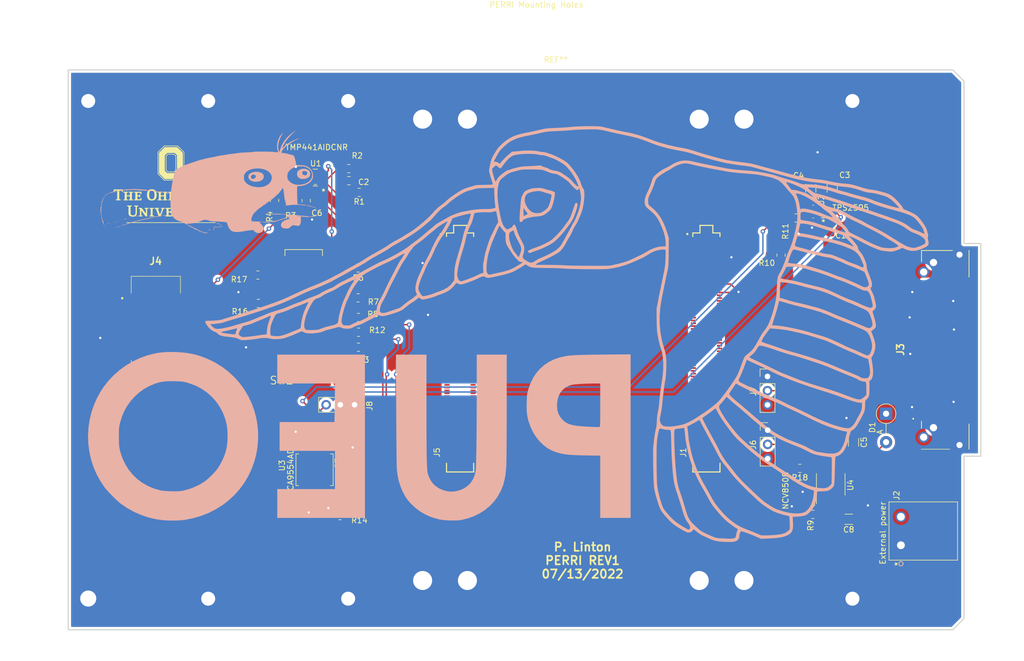
<source format=kicad_pcb>
(kicad_pcb (version 20211014) (generator pcbnew)
  (layers (0 "F.Cu" signal) (31 "B.Cu" signal) (34 "B.Paste" user) (35 "F.Paste" user) (36 "B.SilkS" user "B.Silkscreen") (37 "F.SilkS" user "F.Silkscreen") (38 "B.Mask" user) (39 "F.Mask" user) (44 "Edge.Cuts" user))
  (net 0 "")
  (net 1 "Net-(C1-Pad1)")
  (net 2 "GND")
  (net 3 "Net-(C2-Pad1)")
  (net 4 "Net-(C2-Pad2)")
  (net 5 "+12V")
  (net 6 "/12V_To_Hat")
  (net 7 "Net-(C5-Pad2)")
  (net 8 "+5V")
  (net 9 "/DXN")
  (net 10 "/DXP")
  (net 11 "Net-(R16-Pad1)")
  (net 12 "Net-(R17-Pad1)")
  (net 229 "/SDA")
  (net 230 "/SCL")
  (net 375 "Net-(J6-Pad2)")
  (net 376 "Net-(J7-Pad2)")
  (net 377 "/DS_EN")
  (net 378 "/To_Efuse_EN")
  (net 379 "/GPIO_EN")
  (net 380 "/TMP_A1")
  (net 381 "/TMP_A0")
  (net 382 "Net-(R9-Pad2)")
  (net 383 "/FLT")
  (net 384 "Net-(R11-Pad1)")
  (net 385 "/GPIO_A0")
  (net 386 "Net-(R18-Pad1)")
  (net 387 "/GPIO_A1")
  (net 388 "/GPIO_A2")
  (footprint "footprints:1757242" (layer "F.Cu") (at 237.11 126.05 90)
    (fp_text reference "J2")
    (fp_text value "External power")
  )
  (footprint "Resistor_SMD:R_0805_2012Metric" (layer "F.Cu") (at 127.98 69.59 90)
    (fp_text reference "R3")
    (fp_text value "R_US")
  )
  (footprint "Capacitor_SMD:C_1206_3216Metric" (layer "F.Cu") (at 221.01 67.39 90)
    (fp_text reference "C4")
    (fp_text value "C_Polarized_US")
  )
  (footprint "footprints:OSU_Logo" (layer "F.Cu") (at 106.73 66.65)
    (fp_text reference "G***" hide)
    (fp_text value "LOGO" hide)
  )
  (footprint "Diode_THT:D_DO-41_SOD81_P5.08mm_Vertical_AnodeUp" (layer "F.Cu") (at 234.46 107.637818 -90)
    (fp_text reference "D1")
    (fp_text value "DIODE")
  )
  (footprint "Resistor_SMD:R_0805_2012Metric" (layer "F.Cu") (at 215.7 79.32 -90)
    (fp_text reference "R10")
    (fp_text value "R_US")
  )
  (footprint "Capacitor_SMD:C_1206_3216Metric" (layer "F.Cu") (at 224.83 67.37 90)
    (fp_text reference "C3")
    (fp_text value "C_Polarized_US")
  )
  (footprint "Resistor_SMD:R_0805_2012Metric" (layer "F.Cu") (at 140.35625 68.11 180)
    (fp_text reference "R1")
    (fp_text value "R_US")
  )
  (footprint "Resistor_SMD:R_0805_2012Metric" (layer "F.Cu") (at 140.15 86.95)
    (fp_text reference "R7")
    (fp_text value "R_US")
  )
  (footprint "footprints:PUEO150" (layer "F.Cu") (at 166.98 93.4)
    (fp_text reference "G***" hide)
    (fp_text value "LOGO" hide)
  )
  (footprint "footprints:302010030000" (layer "F.Cu") (at 103.8 92.1 -90)
    (fp_text reference "J4")
    (fp_text value "Conn_02x05_Counter_Clockwise" hide)
  )
  (footprint "Connector_PinHeader_2.54mm:PinHeader_1x03_P2.54mm_Vertical" (layer "F.Cu") (at 139.52 106.04 -90)
    (fp_text reference "J8")
    (fp_text value "Conn_01x03")
  )
  (footprint "Capacitor_SMD:C_1206_3216Metric" (layer "F.Cu") (at 228.65 112.74 -90)
    (fp_text reference "C5")
    (fp_text value "0.1uF")
  )
  (footprint "Resistor_SMD:R_0805_2012Metric" (layer "F.Cu") (at 136.92 123.67 180)
    (fp_text reference "R15")
    (fp_text value "R_US")
  )
  (footprint "footprints:SAMTEC_SS5-80-3.00-X-D-K-XX" (layer "F.Cu") (at 158.369396 96.233 90)
    (fp_text reference "J5")
    (fp_text value "SS5-80-3.00-X-D-K-XX")
  )
  (footprint "Capacitor_SMD:C_0805_2012Metric" (layer "F.Cu") (at 138.24 116.53 90)
    (fp_text reference "C7")
    (fp_text value "C_Small")
  )
  (footprint "footprints:FX23100S05SH" (layer "F.Cu") (at 245.027996 96.233 90)
    (fp_text reference "J3")
    (fp_text value "Conn_02x50_Counter_Clockwise" hide)
  )
  (footprint "Package_SO:SOIC-8-1EP_3.9x4.9mm_P1.27mm_EP2.514x3.2mm" (layer "F.Cu") (at 224.569725 120.262425 90)
    (fp_text reference "U4")
    (fp_text value "NCV8508")
  )
  (footprint "footprints:Perry" (layer "F.Cu") (at 113.77 67.73)
    (fp_text reference "G***" hide)
    (fp_text value "LOGO" hide)
  )
  (footprint "Resistor_SMD:R_0805_2012Metric" (layer "F.Cu") (at 140.24 93.08)
    (fp_text reference "R12")
    (fp_text value "R_US")
  )
  (footprint "Connector_PinHeader_2.54mm:PinHeader_1x03_P2.54mm_Vertical" (layer "F.Cu") (at 213.28 100.985)
    (fp_text reference "J7")
    (fp_text value "Conn_01x03")
  )
  (footprint "Connector_PinHeader_2.54mm:PinHeader_1x03_P2.54mm_Vertical" (layer "F.Cu") (at 213.31 110.575)
    (fp_text reference "J6")
    (fp_text value "Conn_01x03")
  )
  (footprint "Resistor_SMD:R_0805_2012Metric" (layer "F.Cu") (at 138.48625 63.86 180)
    (fp_text reference "R2")
    (fp_text value "R_US")
  )
  (footprint "Resistor_SMD:R_0805_2012Metric" (layer "F.Cu") (at 218.36 72.67 180)
    (fp_text reference "R11")
    (fp_text value "R_US")
  )
  (footprint "TPS441:TPS259525DSGR" (layer "F.Cu") (at 222.4352 71.5242 180)
    (fp_text reference "U2")
    (fp_text value "TPS2595")
  )
  (footprint "Capacitor_SMD:C_0805_2012Metric" (layer "F.Cu") (at 130.88 69.59 -90)
    (fp_text reference "C6")
    (fp_text value "C_Small")
  )
  (footprint "footprints:PERRI_Outline" (layer "F.Cu") (at 175.391196 90.2348)
    (fp_text reference "REF**")
    (fp_text value "PERRI_Outline")
    (fp_line (start 72.9882 24.9944) (end 72.9882 53.9944) (layer "Edge.Cuts") (width 0.2))
    (fp_line (start 75.9882 24.9944) (end 72.9882 24.9944) (layer "Edge.Cuts") (width 0.2))
    (fp_line (start 72.9882 -13.0056) (end 75.9882 -13.0056) (layer "Edge.Cuts") (width 0.2))
    (fp_line (start 70.9882 55.9944) (end -87.0118 55.9944) (layer "Edge.Cuts") (width 0.2))
    (fp_line (start 72.9882 -42.0056) (end 72.9882 -13.0056) (layer "Edge.Cuts") (width 0.2))
    (fp_line (start -87.0118 55.9944) (end -87.0118 -44.0056) (layer "Edge.Cuts") (width 0.2))
    (fp_line (start 75.9882 -13.0056) (end 75.9882 24.9944) (layer "Edge.Cuts") (width 0.2))
    (fp_line (start 70.9882 -44.0056) (end 72.9882 -42.0056) (layer "Edge.Cuts") (width 0.2))
    (fp_line (start -87.0118 -44.0056) (end 70.9882 -44.0056) (layer "Edge.Cuts") (width 0.2))
    (fp_line (start 72.9882 53.9944) (end 70.9882 55.9944) (layer "Edge.Cuts") (width 0.2))
  )
  (footprint "Resistor_SMD:R_0805_2012Metric" (layer "F.Cu") (at 122.26 82.87 180)
    (fp_text reference "R17")
    (fp_text value "R_US")
  )
  (footprint "Resistor_SMD:R_0805_2012Metric" (layer "F.Cu") (at 136.92 125.84 180)
    (fp_text reference "R14")
    (fp_text value "R_US")
  )
  (footprint "Resistor_SMD:R_0805_2012Metric" (layer "F.Cu") (at 219.06 117.4 180)
    (fp_text reference "R18")
    (fp_text value "R_US")
  )
  (footprint "Resistor_SMD:R_0805_2012Metric" (layer "F.Cu") (at 125.24 69.55 90)
    (fp_text reference "R4")
    (fp_text value "R_US")
  )
  (footprint "Resistor_SMD:R_0805_2012Metric" (layer "F.Cu") (at 140.22 95.76)
    (fp_text reference "R13")
    (fp_text value "R_US")
  )
  (footprint "footprints:TMP441AIDCNR" (layer "F.Cu") (at 132.514601 65.46165 180)
    (fp_text reference "U1")
    (fp_text value "TMP441AIDCNR")
  )
  (footprint "Resistor_SMD:R_0805_2012Metric" (layer "F.Cu") (at 140.14 81.6)
    (fp_text reference "R6")
    (fp_text value "R_US")
  )
  (footprint "PCA9554ADB:PCA9554ADB" (layer "F.Cu") (at 132.3775 117.64195 -90)
    (fp_text reference "U3")
    (fp_text value "PCA9554ADB")
  )
  (footprint "Resistor_SMD:R_0805_2012Metric" (layer "F.Cu") (at 135.39 101.93 180)
    (fp_text reference "R5")
    (fp_text value "R_US")
  )
  (footprint "Resistor_SMD:R_0805_2012Metric" (layer "F.Cu") (at 140.22 90.45)
    (fp_text reference "R8")
    (fp_text value "R_US")
  )
  (footprint "footprints:SAMTEC_SS5-80-3.00-X-D-K-XX" (layer "F.Cu") (at 202.369396 96.233 90)
    (fp_text reference "J1")
    (fp_text value "SS5-80-3.00-X-D-K-XX")
  )
  (footprint "footprints:SW_219-8LPSTRF" (layer "F.Cu") (at 130.430299 89.23 180)
    (fp_text reference "SW2")
    (fp_text value "SW_DIP_x08")
  )
  (footprint "footprints:PERRI_Mounting_Holes" (layer "F.Cu") (at 172.579551 90.239551)
    (fp_text reference "PERRI Mounting Holes")
    (fp_text value "PERRI_Mounting_Holes")
  )
  (footprint "Capacitor_SMD:C_0805_2012Metric" (layer "F.Cu") (at 138.51625 66.02 180)
    (fp_text reference "C2")
    (fp_text value "C_Small")
  )
  (footprint "Capacitor_SMD:C_0805_2012Metric" (layer "F.Cu") (at 224.5 74.51 -90)
    (fp_text reference "C1")
    (fp_text value "C")
  )
  (footprint "Resistor_SMD:R_0805_2012Metric" (layer "F.Cu") (at 221.38 125.62)
    (fp_text reference "R9")
    (fp_text value "R_US")
  )
  (footprint "Capacitor_SMD:C_1206_3216Metric" (layer "F.Cu") (at 227.79 126.49 180)
    (fp_text reference "C8")
    (fp_text value "1uF")
  )
  (footprint "Resistor_SMD:R_0805_2012Metric" (layer "F.Cu") (at 122.34165 87.94 180)
    (fp_text reference "R16")
    (fp_text value "R_US")
  )
  (gr_text "P. Linton\nPERRI REV1\n07/13/2022" (at 180.25 133.86) (layer "F.SilkS") (effects (font (size 1.5 1.5) (thickness 0.3))))
  (segment (start 223.385201 72.274201) (end 224.034201 72.274201) (width 0.25) (layer "F.Cu") (net 1))
  (segment (start 224.034201 72.274201) (end 224.5 72.74) (width 0.25) (layer "F.Cu") (net 1))
  (segment (start 224.5 72.74) (end 224.5 73.56) (width 0.25) (layer "F.Cu") (net 1))
  (segment (start 130.102501 111.962501) (end 129 110.86) (width 0.25) (layer "F.Cu") (net 2))
  (segment (start 204.704396 87.483) (end 206.497 87.483) (width 0.25) (layer "F.Cu") (net 2))
  (segment (start 239.727 87.983) (end 238.67 89.04) (width 0.25) (layer "F.Cu") (net 2))
  (segment (start 126.125299 93.04) (end 123.09 93.04) (width 0.25) (layer "F.Cu") (net 2))
  (segment (start 204.704396 84.483) (end 206.703 84.483) (width 0.25) (layer "F.Cu") (net 2))
  (segment (start 247.478974 103.483) (end 246.42 104.541974) (width 0.25) (layer "F.Cu") (net 2))
  (segment (start 129.976651 64.486651) (end 129.04 63.55) (width 0.25) (layer "F.Cu") (net 2))
  (segment (start 241.801996 89.483) (end 239.347 89.483) (width 0.25) (layer "F.Cu") (net 2))
  (segment (start 239.713 86.483) (end 239.205 85.975) (width 0.25) (layer "F.Cu") (net 2))
  (segment (start 238.67 90.16) (end 238.67 90.43) (width 0.25) (layer "F.Cu") (net 2))
  (segment (start 239.090974 105.07) (end 239.090974 106.459026) (width 0.25) (layer "F.Cu") (net 2))
  (segment (start 240.677974 104.983) (end 239.090974 106.57) (width 0.25) (layer "F.Cu") (net 2))
  (segment (start 206.295 79.145) (end 206.84 79.69) (width 0.25) (layer "F.Cu") (net 2))
  (segment (start 228.65 111.265) (end 228.65 109.67) (width 0.25) (layer "F.Cu") (net 2))
  (segment (start 241.801996 95.483) (end 240.617 95.483) (width 0.25) (layer "F.Cu") (net 2))
  (segment (start 153.69 89.976) (end 153.697 89.983) (width 0.25) (layer "F.Cu") (net 2))
  (segment (start 247.478974 89.483) (end 246.46 88.464026) (width 0.25) (layer "F.Cu") (net 2))
  (segment (start 204.704396 82.983) (end 205.468418 82.983) (width 0.25) (layer "F.Cu") (net 2))
  (segment (start 239.685974 85.975) (end 239.205 85.975) (width 0.25) (layer "F.Cu") (net 2))
  (segment (start 246.46 86.001974) (end 247.478974 84.983) (width 0.25) (layer "F.Cu") (net 2))
  (segment (start 206.295 80.656418) (end 206.295 79.995) (width 0.25) (layer "F.Cu") (net 2))
  (segment (start 240.677974 84.983) (end 239.685974 85.975) (width 0.25) (layer "F.Cu") (net 2))
  (segment (start 238.78 98.585026) (end 238.78 97.32) (width 0.25) (layer "F.Cu") (net 2))
  (segment (start 240.677974 100.483) (end 238.78 98.585026) (width 0.25) (layer "F.Cu") (net 2))
  (segment (start 246.941026 87.983) (end 246.46 87.501974) (width 0.25) (layer "F.Cu") (net 2))
  (segment (start 241.801996 92.483) (end 240.153 92.483) (width 0.25) (layer "F.Cu") (net 2))
  (segment (start 248.677996 104.983) (end 246.647 104.983) (width 0.25) (layer "F.Cu") (net 2))
  (segment (start 240.617 95.483) (end 238.985 97.115) (width 0.25) (layer "F.Cu") (net 2))
  (segment (start 223.21 61.31) (end 222.84 60.94) (width 0.25) (layer "F.Cu") (net 2))
  (segment (start 241.801996 84.983) (end 240.677974 84.983) (width 0.25) (layer "F.Cu") (net 2))
  (segment (start 224.569725 120.262425) (end 220.887575 120.262425) (width 0.25) (layer "F.Cu") (net 2))
  (segment (start 238.78 96.95) (end 238.78 97.32) (width 0.25) (layer "F.Cu") (net 2))
  (segment (start 100.775 92.1) (end 96.1 92.1) (width 0.25) (layer "F.Cu") (net 2))
  (segment (start 205.633 78.483) (end 206.295 79.145) (width 0.25) (layer "F.Cu") (net 2))
  (segment (start 155.692996 83.983) (end 154.753 83.983) (width 0.25) (layer "F.Cu") (net 2))
  (segment (start 153.04 81.2) (end 152.14 81.2) (width 0.25) (layer "F.Cu") (net 2))
  (segment (start 241.801996 87.983) (end 239.727 87.983) (width 0.25) (layer "F.Cu") (net 2))
  (segment (start 246.42 104.541974) (end 246.42 105.21) (width 0.25) (layer "F.Cu") (net 2))
  (segment (start 247.478974 107.983) (end 246.42 106.924026) (width 0.25) (layer "F.Cu") (net 2))
  (segment (start 246.42 105.424026) (end 246.42 105.21) (width 0.25) (layer "F.Cu") (net 2))
  (segment (start 154.713 91.983) (end 153.697 90.967) (width 0.25) (layer "F.Cu") (net 2))
  (segment (start 154.928974 85.983) (end 153.69 87.221974) (width 0.25) (layer "F.Cu") (net 2))
  (segment (start 241.801996 90.983) (end 238.807 90.983) (width 0.25) (layer "F.Cu") (net 2))
  (segment (start 248.677996 103.483) (end 247.478974 103.483) (width 0.25) (layer "F.Cu") (net 2))
  (segment (start 155.692996 87.983) (end 154.427 87.983) (width 0.25) (layer "F.Cu") (net 2))
  (segment (start 207.997 85.983) (end 208.1 85.88) (width 0.25) (layer "F.Cu") (net 2))
  (segment (start 241.801996 93.983) (end 240.677974 93.983) (width 0.25) (layer "F.Cu") (net 2))
  (segment (start 224.5 75.46) (end 222.29 75.46) (width 0.25) (layer "F.Cu") (net 2))
  (segment (start 240.153 92.483) (end 238.73 91.06) (width 0.25) (layer "F.Cu") (net 2))
  (segment (start 122.43 98.12) (end 120.22 95.91) (width 0.25) (layer "F.Cu") (net 2))
  (segment (start 121.82 85.42) (end 121.3475 84.9475) (width 0.25) (layer "F.Cu") (net 2))
  (segment (start 239.205 85.975) (end 239.14 85.91) (width 0.25) (layer "F.Cu") (net 2))
  (segment (start 121.3475 84.9475) (end 119.7525 84.9475) (width 0.25) (layer "F.Cu") (net 2))
  (segment (start 222.00922 72.274201) (end 222.4352 71.848221) (width 0.25) (layer "F.Cu") (net 2))
  (segment (start 238.67 91) (end 238.73 91.06) (width 0.25) (layer "F.Cu") (net 2))
  (segment (start 239.090974 106.57) (end 238.97 106.57) (width 0.25) (layer "F.Cu") (net 2))
  (segment (start 224.569725 121.210275) (end 224.569725 120.262425) (width 0.25) (layer "F.Cu") (net 2))
  (segment (start 223.934725 121.845275) (end 224.569725 121.210275) (width 0.25) (layer "F.Cu") (net 2))
  (segment (start 247.478974 96.983) (end 246.35 95.854026) (width 0.25) (layer "F.Cu") (net 2))
  (segment (start 222.4352 73.1948) (end 221.23 74.4) (width 0.25) (layer "F.Cu") (net 2))
  (segment (start 240.677974 103.483) (end 239.090974 105.07) (width 0.25) (layer "F.Cu") (net 2))
  (segment (start 130.88 70.54) (end 130.88 71.91) (width 0.25) (layer "F.Cu") (net 2))
  (segment (start 248.677996 87.983) (end 246.941026 87.983) (width 0.25) (layer "F.Cu") (net 2))
  (segment (start 219.06 125.62) (end 217.62 124.18) (width 0.25) (layer "F.Cu") (net 2))
  (segment (start 206.295 82.156418) (end 206.295 80.656418) (width 0.25) (layer "F.Cu") (net 2))
  (segment (start 248.677996 106.483) (end 247.478974 106.483) (width 0.25) (layer "F.Cu") (net 2))
  (segment (start 222.29 75.46) (end 221.23 74.4) (width 0.25) (layer "F.Cu") (net 2))
  (segment (start 121.66 90.5) (end 120.14 92.02) (width 0.25) (layer "F.Cu") (net 2))
  (segment (start 223.934725 122.899925) (end 223.934725 121.845275) (width 0.25) (layer "F.Cu") (net 2))
  (segment (start 221.01 65.915) (end 221.01 64.65) (width 0.25) (layer "F.Cu") (net 2))
  (segment (start 246.46 88.464026) (end 246.46 87.501974) (width 0.25) (layer "F.Cu") (net 2))
  (segment (start 241.801996 86.483) (end 239.713 86.483) (width 0.25) (layer "F.Cu") (net 2))
  (segment (start 223.21 62.45) (end 223.21 61.31) (width 0.25) (layer "F.Cu") (net 2))
  (segment (start 138.24 115.58) (end 138.24 114.61) (width 0.25) (layer "F.Cu") (net 2))
  (segment (start 120.14 95.83) (end 120.22 95.91) (width 0.25) (layer "F.Cu") (net 2))
  (segment (start 155.692996 91.983) (end 154.713 91.983) (width 0.25) (layer "F.Cu") (net 2))
  (segment (start 241.801996 104.983) (end 240.677974 104.983) (width 0.25) (layer "F.Cu") (net 2))
  (segment (start 247.478974 95.483) (end 246.35 94.354026) (width 0.25) (layer "F.Cu") (net 2))
  (segment (start 238.807 90.983) (end 238.73 91.06) (width 0.25) (layer "F.Cu") (net 2))
  (segment (start 154.567 79.983) (end 153.35 81.2) (width 0.25) (layer "F.Cu") (net 2))
  (segment (start 155.692996 89.983) (end 153.697 89.983) (width 0.25) (layer "F.Cu") (net 2))
  (segment (start 152.14 81.2) (end 151.67 80.73) (width 0.25) (layer "F.Cu") (net 2))
  (segment (start 238.67 89.04) (end 238.67 90.43) (width 0.25) (layer "F.Cu") (net 2))
  (segment (start 247.478974 84.983) (end 248.677996 84.983) (width 0.25) (layer "F.Cu") (net 2))
  (segment (start 241.801996 100.483) (end 240.677974 100.483) (width 0.25) (layer "F.Cu") (net 2))
  (segment (start 154.427 87.983) (end 153.69 88.72) (width 0.25) (layer "F.Cu") (net 2))
  (segment (start 247.478974 90.983) (end 246.35 92.111974) (width 0.25) (layer "F.Cu") (net 2))
  (segment (start 220.887575 120.262425) (end 219.56 121.59) (width 0.25) (layer "F.Cu") (net 2))
  (segment (start 217.4475 72.67) (end 217.4475 74.0975) (width 0.25) (layer "F.Cu") (net 2))
  (segment (start 224.83 65.895) (end 224.83 64.07) (width 0.25) (layer "F.Cu") (net 2))
  (segment (start 126.125299 85.42) (end 121.82 85.42) (width 0.25) (layer "F.Cu") (net 2))
  (segment (start 239.737 106.483) (end 239.31 106.91) (width 0.25) (layer "F.Cu") (net 2))
  (segment (start 248.677996 92.483) (end 246.707 92.483) (width 0.25) (layer "F.Cu") (net 2))
  (segment (start 155.692996 85.983) (end 154.928974 85.983) (width 0.25) (layer "F.Cu") (net 2))
  (segment (start 246.585 92.605) (end 246.35 92.84) (width 0.25) (layer "F.Cu") (net 2))
  (segment (start 241.801996 106.483) (end 239.737 106.483) (width 0.25) (layer "F.Cu") (net 2))
  (segment (start 153.69 88.72) (end 153.69 89.976) (width 0.25) (layer "F.Cu") (net 2))
  (segment (start 246.46 87.501974) (end 246.46 86.001974) (width 0.25) (layer "F.Cu") (net 2))
  (segment (start 121.3475 84.9475) (end 121.3475 82.87) (width 0.25) (layer "F.Cu") (net 2))
  (segment (start 154.133 81.983) (end 153.35 81.2) (width 0.25) (layer "F.Cu") (net 2))
  (segment (start 121.42915 85.02915) (end 121.3475 84.9475) (width 0.25) (layer "F.Cu") (net 2))
  (segment (start 239.090974 106.459026) (end 239.090974 106.57) (width 0.25) (layer "F.Cu") (net 2))
  (segment (start 206.703 84.483) (end 208.1 85.88) (width 0.25) (layer "F.Cu") (net 2))
  (segment (start 204.704396 85.983) (end 207.997 85.983) (width 0.25) (layer "F.Cu") (net 2))
  (segment (start 120.14 92.02) (end 120.14 95.78) (width 0.25) (layer "F.Cu") (net 2))
  (segment (start 222.91 62.75) (end 223.21 62.45) (width 0.25) (layer "F.Cu") (net 2))
  (segment (start 153.35 81.2) (end 153.04 81.2) (width 0.25) (layer "F.Cu") (net 2))
  (segment (start 247.478974 86.483) (end 246.46 87.501974) (width 0.25) (layer "F.Cu") (net 2))
  (segment (start 246.707 92.483) (end 246.585 92.605) (width 0.25) (layer "F.Cu") (net 2))
  (segment (start 229.265 126.49) (end 230.96 126.49) (width 0.25) (layer "F.Cu") (net 2))
  (segment (start 153.69 87.221974) (end 153.69 88.72) (width 0.25) (layer "F.Cu") (net 2))
  (segment (start 238.985 97.115) (end 238.78 97.32) (width 0.25) (layer "F.Cu") (net 2))
  (segment (start 239.117 96.983) (end 238.985 97.115) (width 0.25) (layer "F.Cu") (net 2))
  (segment (start 248.677996 89.483) (end 247.478974 89.483) (width 0.25) (layer "F.Cu") (net 2))
  (segment (start 126.125299 95.58) (end 120.55 95.58) (width 0.25) (layer "F.Cu") (net 2))
  (segment (start 246.647 104.983) (end 246.42 105.21) (width 0.25) (layer "F.Cu") (net 2))
  (segment (start 122.22 80.34) (end 121.3475 81.2125) (width 0.25) (layer "F.Cu") (net 2))
  (segment (start 248.677996 95.483) (end 247.478974 95.483) (width 0.25) (layer "F.Cu") (net 2))
  (segment (start 246.517987 105.522013) (end 246.42 105.424026) (width 0.25) (layer "F.Cu") (net 2))
  (segment (start 123.09 93.04) (end 120.22 95.91) (width 0.25) (layer "F.Cu") (net 2))
  (segment (start 130.102501 114.21295) (end 130.102501 111.962501) (width 0.25) (layer "F.Cu") (net 2))
  (segment (start 246.35 93.98) (end 246.35 92.84) (width 0.25) (layer "F.Cu") (net 2))
  (segment (start 205.468418 82.983) (end 206.295 82.156418) (width 0.25) (layer "F.Cu") (net 2))
  (segment (start 204.704396 79.983) (end 206.283 79.983) (width 0.25) (layer "F.Cu") (net 2))
  (segment (start 248.677996 86.483) (end 247.478974 86.483) (width 0.25) (layer "F.Cu") (net 2))
  (segment (start 153.697 90.967) (end 153.697 89.983) (width 0.25) (layer "F.Cu") (net 2))
  (segment (start 154.567 79.983) (end 156.034396 79.983) (width 0.25) (layer "F.Cu") (net 2))
  (segment (start 231.22 124.02) (end 231.22 126.23) (width 0.25) (layer "F.Cu") (net 2))
  (segment (start 247.493 93.983) (end 246.35 92.84) (width 0.25) (layer "F.Cu") (net 2))
  (segment (start 224.83 64.07) (end 223.21 62.45) (width 0.25) (layer "F.Cu") (net 2))
  (segment (start 154.753 83.983) (end 153.04 82.27) (width 0.25) (layer "F.Cu") (net 2))
  (segment (start 126.125299 80.34) (end 122.22 80.34) (width 0.25) (layer "F.Cu") (net 2))
  (segment (start 121.42915 87.94) (end 121.42915 85.02915) (width 0.25) (layer "F.Cu") (net 2))
  (segment (start 130.88 71.91) (end 131.93 72.96) (width 0.25) (layer "F.Cu") (net 2))
  (segment (start 126.125299 98.12) (end 122.43 98.12) (width 0.25) (layer "F.Cu") (net 2))
  (segment (start 248.677996 90.983) (end 247.478974 90.983) (width 0.25) (layer "F.Cu") (net 2))
  (segment (start 240.383 107.983) (end 239.31 106.91) (width 0.25) (layer "F.Cu") (net 2))
  (segment (start 240.677974 93.983) (end 238.78 95.880974) (width 0.25) (layer "F.Cu") (net 2))
  (segment (start 126.125299 90.5) (end 121.66 90.5) (width 0.25) (layer "F.Cu") (net 2))
  (segment (start 246.35 92.111974) (end 246.35 92.84) (width 0.25) (layer "F.Cu") (net 2))
  (segment (start 239.347 89.483) (end 238.67 90.16) (width 0.25) (layer "F.Cu") (net 2))
  (segment (start 220.4675 125.62) (end 219.06 125.62) (width 0.25) (layer "F.Cu") (net 2))
  (segment (start 131.320801 64.486651) (end 129.976651 64.486651) (width 0.25) (layer "F.Cu") (net 2))
  (segment (start 217.4475 74.0975) (end 218.85 75.5) (width 0.25) (layer "F.Cu") (net 2))
  (segment (start 246.35 94.354026) (end 246.35 93.98) (width 0.25) (layer "F.Cu") (net 2))
  (segment (start 205.468418 81.483) (end 206.295 80.656418) (width 0.25) (layer "F.Cu") (net 2))
  (segment (start 138.24 114.61) (end 139.18 113.67) (width 0.25) (layer "F.Cu") (net 2))
  (segment (start 246.42 106.924026) (end 246.42 105.424026) (width 0.25) (layer "F.Cu") (net 2))
  (segment (start 153.04 82.27) (end 153.04 81.2) (width 0.25) (layer "F.Cu") (net 2))
  (segment (start 246.35 95.854026) (end 246.35 93.98) (width 0.25) (layer "F.Cu") (net 2))
  (segment (start 222.4352 71.848221) (end 222.4352 71.524203) (width 0.25) (layer "F.Cu") (net 2))
  (segment (start 248.677996 93.983) (end 247.493 93.983) (width 0.25) (layer "F.Cu") (net 2))
  (segment (start 221.01 64.65) (end 222.91 62.75) (width 0.25) (layer "F.Cu") (net 2))
  (segment (start 120.55 95.58) (end 120.22 95.91) (width 0.25) (layer "F.Cu") (net 2))
  (segment (start 247.478974 106.483) (end 246.517987 105.522013) (width 0.25) (layer "F.Cu") (net 2))
  (segment (start 153.697 89.983) (end 152.647 89.983) (width 0.25) (layer "F.Cu") (net 2))
  (segment (start 228.65 109.67) (end 227.38 108.4) (width 0.25) (layer "F.Cu") (net 2))
  (segment (start 241.801996 107.983) (end 240.383 107.983) (width 0.25) (layer "F.Cu") (net 2))
  (segment (start 96.1 92.1) (end 94.1 94.1) (width 0.25) (layer "F.Cu") (net 2))
  (segment (start 155.692996 81.983) (end 154.133 81.983) (width 0.25) (layer "F.Cu") (net 2))
  (segment (start 204.704396 78.483) (end 205.633 78.483) (width 0.25) (layer "F.Cu") (net 2))
  (segment (start 241.801996 103.483) (end 240.677974 103.483) (width 0.25) (layer "F.Cu") (net 2))
  (segment (start 121.3475 81.2125) (end 121.3475 82.87) (width 0.25) (layer "F.Cu") (net 2))
  (segment (start 221.485199 72.274201) (end 222.00922 72.274201) (width 0.25) (layer "F.Cu") (net 2))
  (segment (start 239.31 106.91) (end 238.97 106.57) (width 0.25) (layer "F.Cu") (net 2))
  (segment (start 120.14 95.78) (end 120.14 95.83) (width 0.25) (layer "F.Cu") (net 2))
  (segment (start 206.283 79.983) (end 206.295 79.995) (width 0.25) (layer "F.Cu") (net 2))
  (segment (start 231.22 126.23) (end 230.96 126.49) (width 0.25) (layer "F.Cu") (net 2))
  (segment (start 238.78 95.880974) (end 238.78 96.95) (width 0.25) (layer "F.Cu") (net 2))
  (segment (start 204.704396 81.483) (end 205.468418 81.483) (width 0.25) (layer "F.Cu") (net 2))
  (segment (start 206.497 87.483) (end 208.1 85.88) (width 0.25) (layer "F.Cu") (net 2))
  (segment (start 241.801996 96.983) (end 239.117 96.983) (width 0.25) (layer "F.Cu") (net 2))
  (segment (start 222.4352 71.524203) (end 222.4352 73.1948) (width 0.25) (layer "F.Cu") (net 2))
  (segment (start 222.84 60.94) (end 222.23 60.94) (width 0.25) (layer "F.Cu") (net 2))
  (segment (start 119.7525 84.9475) (end 118.78 85.92) (width 0.25) (layer "F.Cu") (net 2))
  (segment (start 206.295 79.995) (end 206.295 79.145) (width 0.25) (layer "F.Cu") (net 2))
  (segment (start 248.677996 107.983) (end 247.478974 107.983) (width 0.25) (layer "F.Cu") (net 2))
  (segment (start 248.677996 96.983) (end 247.478974 96.983) (width 0.25) (layer "F.Cu") (net 2))
  (segment (start 238.67 90.43) (end 238.67 91) (width 0.25) (layer "F.Cu") (net 2))
  (via (at 151.67 80.73) (size 0.8) (drill 0.4) (layers "F.Cu" "B.Cu") (net 2))
  (via (at 118.78 85.92) (size 0.8) (drill 0.4) (layers "F.Cu" "B.Cu") (net 2))
  (via (at 131.93 72.96) (size 0.8) (drill 0.4) (layers "F.Cu" "B.Cu") (net 2))
  (via (at 238.67 90.43) (size 0.8) (drill 0.4) (layers "F.Cu" "B.Cu") (net 2))
  (via (at 139.18 113.67) (size 0.8) (drill 0.4) (layers "F.Cu" "B.Cu") (net 2))
  (via (at 129 110.86) (size 0.8) (drill 0.4) (layers "F.Cu" "B.Cu") (net 2))
  (via (at 129.04 63.55) (size 0.8) (drill 0.4) (layers "F.Cu" "B.Cu") (net 2))
  (via (at 206.84 79.69) (size 0.8) (drill 0.4) (layers "F.Cu" "B.Cu") (net 2))
  (via (at 221.23 74.4) (size 0.8) (drill 0.4) (layers "F.Cu" "B.Cu") (net 2))
  (via (at 239.090974 106.459026) (size 0.8) (drill 0.4) (layers "F.Cu" "B.Cu") (net 2))
  (via (at 222.23 60.94) (size 0.8) (drill 0.4) (layers "F.Cu" "B.Cu") (net 2))
  (via (at 239.14 85.91) (size 0.8) (drill 0.4) (layers "F.Cu" "B.Cu") (net 2))
  (via (at 219.56 121.59) (size 0.8) (drill 0.4) (layers "F.Cu" "B.Cu") (net 2))
  (via (at 94.1 94.1) (size 0.8) (drill 0.4) (layers "F.Cu" "B.Cu") (net 2))
  (via (at 217.62 124.18) (size 0.8) (drill 0.4) (layers "F.Cu" "B.Cu") (net 2))
  (via (at 246.517987 105.522013) (size 0.8) (drill 0.4) (layers "F.Cu" "B.Cu") (net 2))
  (via (at 227.38 108.4) (size 0.8) (drill 0.4) (layers "F.Cu" "B.Cu") (net 2))
  (via (at 231.22 124.02) (size 0.8) (drill 0.4) (layers "F.Cu" "B.Cu") (net 2))
  (via (at 238.78 96.95) (size 0.8) (drill 0.4) (layers "F.Cu" "B.Cu") (net 2))
  (via (at 246.585 92.605) (size 0.8) (drill 0.4) (layers "F.Cu" "B.Cu") (net 2))
  (via (at 246.46 87.501974) (size 0.8) (drill 0.4) (layers "F.Cu" "B.Cu") (net 2))
  (via (at 208.1 85.88) (size 0.8) (drill 0.4) (layers "F.Cu" "B.Cu") (net 2))
  (via (at 120.14 95.78) (size 0.8) (drill 0.4) (layers "F.Cu" "B.Cu") (net 2))
  (via (at 218.85 75.5) (size 0.8) (drill 0.4) (layers "F.Cu" "B.Cu") (net 2))
  (via (at 152.647 89.983) (size 0.8) (drill 0.4) (layers "F.Cu" "B.Cu") (net 2))
  (segment (start 136.12625 68.12) (end 139.43375 68.12) (width 0.25) (layer "F.Cu") (net 3))
  (segment (start 133.708401 66.436649) (end 134.442899 66.436649) (width 0.25) (layer "F.Cu") (net 3))
  (segment (start 139.44375 66.0425) (end 139.46625 66.02) (width 0.25) (layer "F.Cu") (net 3))
  (segment (start 139.44375 68.11) (end 139.44375 66.0425) (width 0.25) (layer "F.Cu") (net 3))
  (segment (start 139.43375 68.12) (end 139.44375 68.11) (width 0.25) (layer "F.Cu") (net 3))
  (segment (start 134.442899 66.436649) (end 136.12625 68.12) (width 0.25) (layer "F.Cu") (net 3))
  (segment (start 137.56625 66.02) (end 137.56625 63.8675) (width 0.25) (layer "F.Cu") (net 4))
  (segment (start 134.618801 65.786651) (end 135.520851 64.884601) (width 0.25) (layer "F.Cu") (net 4))
  (segment (start 133.708401 65.786651) (end 134.618801 65.786651) (width 0.25) (layer "F.Cu") (net 4))
  (segment (start 137.56625 63.8675) (end 137.57375 63.86) (width 0.25) (layer "F.Cu") (net 4))
  (segment (start 136.545452 63.86) (end 137.57375 63.86) (width 0.25) (layer "F.Cu") (net 4))
  (segment (start 135.520851 64.884601) (end 136.545452 63.86) (width 0.25) (layer "F.Cu") (net 4))
  (segment (start 223.385201 71.2742) (end 223.8558 71.2742) (width 0.25) (layer "F.Cu") (net 5))
  (segment (start 223.8558 71.2742) (end 224.28 70.85) (width 0.25) (layer "F.Cu") (net 5))
  (segment (start 221.054202 70.774202) (end 220.75 70.47) (width 0.25) (layer "F.Cu") (net 6))
  (segment (start 199.093 77.983) (end 200.034396 77.983) (width 0.25) (layer "F.Cu") (net 6))
  (segment (start 221.485199 70.774202) (end 221.054202 70.774202) (width 0.25) (layer "F.Cu") (net 6))
  (segment (start 198.76 77.65) (end 199.093 77.983) (width 0.25) (layer "F.Cu") (net 6))
  (segment (start 204.704396 77.483) (end 205.507 77.483) (width 0.25) (layer "F.Cu") (net 6))
  (segment (start 205.507 77.483) (end 206.09 76.9) (width 0.25) (layer "F.Cu") (net 6))
  (segment (start 198.76 76.93) (end 198.76 77.65) (width 0.25) (layer "F.Cu") (net 6))
  (segment (start 228.65 115.95) (end 228.7 116) (width 0.25) (layer "F.Cu") (net 7))
  (segment (start 234.46 112.717818) (end 231.177818 116) (width 0.25) (layer "F.Cu") (net 7))
  (segment (start 228.7 116) (end 226.46 116) (width 0.25) (layer "F.Cu") (net 7))
  (segment (start 228.65 114.215) (end 228.65 115.95) (width 0.25) (layer "F.Cu") (net 7))
  (segment (start 231.177818 116) (end 228.7 116) (width 0.25) (layer "F.Cu") (net 7))
  (segment (start 226.474725 117.624925) (end 226.46 117.6102) (width 0.25) (layer "F.Cu") (net 7))
  (segment (start 226.46 117.6102) (end 226.46 116) (width 0.25) (layer "F.Cu") (net 7))
  (segment (start 131.3 67.41) (end 130.89 67.41) (width 0.25) (layer "F.Cu") (net 8))
  (segment (start 131.320801 66.436649) (end 131.320801 67.389199) (width 0.25) (layer "F.Cu") (net 8))
  (segment (start 131.320801 67.389199) (end 131.3 67.41) (width 0.25) (layer "F.Cu") (net 8))
  (segment (start 130.88 67.42) (end 130.88 68.64) (width 0.25) (layer "F.Cu") (net 8))
  (segment (start 130.89 67.41) (end 130.88 67.42) (width 0.25) (layer "F.Cu") (net 8))
  (segment (start 148.23 74.81) (end 149.903 76.483) (width 0.2) (layer "F.Cu") (net 9))
  (segment (start 148.23 71.62) (end 148.23 74.81) (width 0.2) (layer "F.Cu") (net 9))
  (segment (start 140.47 63.86) (end 148.23 71.62) (width 0.2) (layer "F.Cu") (net 9))
  (segment (start 139.39875 63.86) (end 140.47 63.86) (width 0.2) (layer "F.Cu") (net 9))
  (segment (start 156.034396 76.483) (end 149.903 76.483) (width 0.2) (layer "F.Cu") (net 9))
  (segment (start 147 72.36) (end 142.75 68.11) (width 0.2) (layer "F.Cu") (net 10))
  (segment (start 142.75 68.11) (end 141.26875 68.11) (width 0.2) (layer "F.Cu") (net 10))
  (segment (start 149.253 76.983) (end 147 74.73) (width 0.2) (layer "F.Cu") (net 10))
  (segment (start 149.253 76.983) (end 156.034396 76.983) (width 0.2) (layer "F.Cu") (net 10))
  (segment (start 147 74.73) (end 147 72.36) (width 0.2) (layer "F.Cu") (net 10))
  (segment (start 126.125299 87.96) (end 123.27415 87.96) (width 0.25) (layer "F.Cu") (net 11))
  (segment (start 123.27415 87.96) (end 123.25415 87.94) (width 0.25) (layer "F.Cu") (net 11))
  (segment (start 123.1825 82.88) (end 126.125299 82.88) (width 0.25) (layer "F.Cu") (net 12))
  (segment (start 123.1725 82.87) (end 123.1825 82.88) (width 0.25) (layer "F.Cu") (net 12))
  (segment (start 134.87 128.82) (end 141.65952 128.82) (width 0.25) (layer "F.Cu") (net 229))
  (segment (start 246.287 84.483) (end 248.677996 84.483) (width 0.25) (layer "F.Cu") (net 229))
  (segment (start 92.21 102.55) (end 94.674282 102.55) (width 0.25) (layer "F.Cu") (net 229))
  (segment (start 134.49 123.67) (end 136.0075 123.67) (width 0.25) (layer "F.Cu") (net 229))
  (segment (start 127.423351 65.136649) (end 126.035 66.525) (width 0.25) (layer "F.Cu") (net 229))
  (segment (start 94.5 83.39) (end 92.21 85.68) (width 0.25) (layer "F.Cu") (net 229))
  (segment (start 114.112141 121.987859) (end 115.604282 123.48) (width 0.25) (layer "F.Cu") (net 229))
  (segment (start 123.17 68.61) (end 125.255 66.525) (width 0.25) (layer "F.Cu") (net 229))
  (segment (start 107.275 87.02) (end 107.275 86.995) (width 0.25) (layer "F.Cu") (net 229))
  (segment (start 134.84 124.5) (end 134.84 124.02) (width 0.25) (layer "F.Cu") (net 229))
  (segment (start 94.674282 102.55) (end 114.112141 121.987859) (width 0.25) (layer "F.Cu") (net 229))
  (segment (start 146.79 123.68952) (end 200.57 123.68952) (width 0.25) (layer "F.Cu") (net 229))
  (segment (start 208.39 131.50952) (end 229.553802 131.50952) (width 0.25) (layer "F.Cu") (net 229))
  (segment (start 245.56952 129.996197) (end 245.56952 124.32048) (width 0.25) (layer "F.Cu") (net 229))
  (segment (start 125.255 66.525) (end 126.035 66.525) (width 0.25) (layer "F.Cu") (net 229))
  (segment (start 107.275 86.995) (end 123.17 71.1) (width 0.25) (layer "F.Cu") (net 229))
  (segment (start 126.035 66.525) (end 125.24 67.32) (width 0.25) (layer "F.Cu") (net 229))
  (segment (start 233.163803 135.11952) (end 240.446198 135.11952) (width 0.25) (layer "F.Cu") (net 229))
  (segment (start 131.33 125.28) (end 134.87 128.82) (width 0.25) (layer "F.Cu") (net 229))
  (segment (start 115.604282 123.48) (end 128.95 123.48) (width 0.25) (layer "F.Cu") (net 229))
  (segment (start 134.84 124.02) (end 134.49 123.67) (width 0.25) (layer "F.Cu") (net 229))
  (segment (start 128.95 123.48) (end 129.53 123.48) (width 0.25) (layer "F.Cu") (net 229))
  (segment (start 106.39 87.02) (end 102.76 83.39) (width 0.25) (layer "F.Cu") (net 229))
  (segment (start 200.57 123.68952) (end 208.39 131.50952) (width 0.25) (layer "F.Cu") (net 229))
  (segment (start 229.553802 131.50952) (end 233.163803 135.11952) (width 0.25) (layer "F.Cu") (net 229))
  (segment (start 240.446198 135.11952) (end 245.56952 129.996197) (width 0.25) (layer "F.Cu") (net 229))
  (segment (start 125.24 67.32) (end 125.24 68.6375) (width 0.25) (layer "F.Cu") (net 229))
  (segment (start 131.320801 65.136649) (end 127.423351 65.136649) (width 0.25) (layer "F.Cu") (net 229))
  (segment (start 141.65952 128.82) (end 146.79 123.68952) (width 0.25) (layer "F.Cu") (net 229))
  (segment (start 245.67 124.22) (end 245.67 85.1) (width 0.25) (layer "F.Cu") (net 229))
  (segment (start 245.67 85.1) (end 246.287 84.483) (width 0.25) (layer "F.Cu") (net 229))
  (segment (start 107.275 87.02) (end 106.39 87.02) (width 0.25) (layer "F.Cu") (net 229))
  (segment (start 123.17 71.1) (end 123.17 68.61) (width 0.25) (layer "F.Cu") (net 229))
  (segment (start 134.002498 121.07095) (end 134.002498 123.182498) (width 0.25) (layer "F.Cu") (net 229))
  (segment (start 134.002498 123.182498) (end 134.49 123.67) (width 0.25) (layer "F.Cu") (net 229))
  (segment (start 92.21 85.68) (end 92.21 102.55) (width 0.25) (layer "F.Cu") (net 229))
  (segment (start 129.53 123.48) (end 131.33 125.28) (width 0.25) (layer "F.Cu") (net 229))
  (segment (start 102.76 83.39) (end 94.5 83.39) (width 0.25) (layer "F.Cu") (net 229))
  (segment (start 245.56952 124.32048) (end 245.67 124.22) (width 0.25) (layer "F.Cu") (net 229))
  (via (at 134.84 124.5) (size 0.8) (drill 0.4) (layers "F.Cu" "B.Cu") (net 229))
  (via (at 131.33 125.28) (size 0.8) (drill 0.4) (layers "F.Cu" "B.Cu") (net 229))
  (segment (start 131.33 125.28) (end 132.11 124.5) (width 0.25) (layer "B.Cu") (net 229))
  (segment (start 132.11 124.5) (end 134.84 124.5) (width 0.25) (layer "B.Cu") (net 229))
  (segment (start 115.722499 122.962499) (end 133.347501 122.962499) (width 0.25) (layer "F.Cu") (net 230))
  (segment (start 136.0075 125.84) (end 136.0075 126.8575) (width 0.25) (layer "F.Cu") (net 230))
  (segment (start 128.085 66.235) (end 128.54 65.78) (width 0.25) (layer "F.Cu") (net 230))
  (segment (start 109.26 89.56) (end 107.275 89.56) (width 0.25) (layer "F.Cu") (net 230))
  (segment (start 128.546651 65.786651) (end 131.320801 65.786651) (width 0.25) (layer "F.Cu") (net 230))
  (segment (start 146.54 123.24) (end 158.88 123.24) (width 0.25) (layer "F.Cu") (net 230))
  (segment (start 126.68 67.64) (end 128.085 66.235) (width 0.25) (layer "F.Cu") (net 230))
  (segment (start 133.352499 122.957501) (end 133.352499 121.07095) (width 0.25) (layer "F.Cu") (net 230))
  (segment (start 137.5 128.35) (end 141.43 128.35) (width 0.25) (layer "F.Cu") (net 230))
  (segment (start 229.74 131.06) (end 233.35 134.67) (width 0.25) (layer "F.Cu") (net 230))
  (segment (start 208.62 131.06) (end 229.74 131.06) (width 0.25) (layer "F.Cu") (net 230))
  (segment (start 245.12 120.07) (end 245.01 119.96) (width 0.25) (layer "F.Cu") (net 230))
  (segment (start 107.275 89.56) (end 110.53 89.56) (width 0.25) (layer "F.Cu") (net 230))
  (segment (start 141.43 128.35) (end 146.54 123.24) (width 0.25) (layer "F.Cu") (net 230))
  (segment (start 245.12 129.81) (end 245.12 120.07) (width 0.25) (layer "F.Cu") (net 230))
  (segment (start 128.54 65.78) (end 128.546651 65.786651) (width 0.25) (layer "F.Cu") (net 230))
  (segment (start 158.88 123.24) (end 159.15 122.97) (width 0.25) (layer "F.Cu") (net 230))
  (segment (start 133.352499 122.957501) (end 133.352499 124.282499) (width 0.25) (layer "F.Cu") (net 230))
  (segment (start 124.23 74.58) (end 126.68 72.13) (width 0.25) (layer "F.Cu") (net 230))
  (segment (start 127.98 68.6775) (end 127.98 66.34) (width 0.25) (layer "F.Cu") (net 230))
  (segment (start 245.01 84.74) (end 245.767 83.983) (width 0.25) (layer "F.Cu") (net 230))
  (segment (start 111.19 118.43) (end 115.722499 122.962499) (width 0.25) (layer "F.Cu") (net 230))
  (segment (start 133.347501 122.962499) (end 133.352499 122.957501) (width 0.25) (layer "F.Cu") (net 230))
  (segment (start 136.0075 126.8575) (end 137.5 128.35) (width 0.25) (layer "F.Cu") (net 230))
  (segment (start 245.01 119.96) (end 245.01 84.74) (width 0.25) (layer "F.Cu") (net 230))
  (segment (start 111.19 90.22) (end 111.19 118.43) (width 0.25) (layer "F.Cu") (net 230))
  (segment (start 233.35 134.67) (end 240.26 134.67) (width 0.25) (layer "F.Cu") (net 230))
  (segment (start 245.767 83.983) (end 248.677996 83.983) (width 0.25) (layer "F.Cu") (net 230))
  (segment (start 126.68 72.13) (end 126.68 67.64) (width 0.25) (layer "F.Cu") (net 230))
  (segment (start 115.11 83.71) (end 109.26 89.56) (width 0.25) (layer "F.Cu") (net 230))
  (segment (start 110.53 89.56) (end 111.19 90.22) (width 0.25) (layer "F.Cu") (net 230))
  (segment (start 134.94 125.87) (end 135.9775 125.87) (width 0.25) (layer "F.Cu") (net 230))
  (segment (start 135.9775 125.87) (end 136.0075 125.84) (width 0.25) (layer "F.Cu") (net 230))
  (segment (start 159.15 122.97) (end 200.53 122.97) (width 0.25) (layer "F.Cu") (net 230))
  (segment (start 240.26 134.67) (end 245.12 129.81) (width 0.25) (layer "F.Cu") (net 230))
  (segment (start 133.352499 124.282499) (end 134.94 125.87) (width 0.25) (layer "F.Cu") (net 230))
  (segment (start 200.53 122.97) (end 208.62 131.06) (width 0.25) (layer "F.Cu") (net 230))
  (segment (start 127.98 66.34) (end 128.085 66.235) (width 0.25) (layer "F.Cu") (net 230))
  (via (at 115.11 83.71) (size 0.8) (drill 0.4) (layers "F.Cu" "B.Cu") (net 230))
  (via (at 124.23 74.58) (size 0.8) (drill 0.4) (layers "F.Cu" "B.Cu") (net 230))
  (segment (start 124.23 74.58) (end 115.11 83.7) (width 0.25) (layer "B.Cu") (net 230))
  (segment (start 115.11 83.7) (end 115.11 83.71) (width 0.25) (layer "B.Cu") (net 230))
  (segment (start 223.934725 116.284725) (end 220.765 113.115) (width 0.25) (layer "F.Cu") (net 375))
  (segment (start 223.934725 117.624925) (end 223.934725 116.284725) (width 0.25) (layer "F.Cu") (net 375))
  (segment (start 220.765 113.115) (end 213.31 113.115) (width 0.25) (layer "F.Cu") (net 375))
  (segment (start 218.88 104.3) (end 218.105 103.525) (width 0.25) (layer "F.Cu") (net 376))
  (segment (start 218.88 110.43) (end 218.88 104.3) (width 0.25) (layer "F.Cu") (net 376))
  (segment (start 218.105 103.525) (end 213.28 103.525) (width 0.25) (layer "F.Cu") (net 376))
  (segment (start 225.204725 116.754725) (end 218.88 110.43) (width 0.25) (layer "F.Cu") (net 376))
  (segment (start 225.204725 117.624925) (end 225.204725 116.754725) (width 0.25) (layer "F.Cu") (net 376))
  (segment (start 139.52 106.04) (end 139.52 101.81) (width 0.25) (layer "F.Cu") (net 377))
  (segment (start 136.3025 101.93) (end 137.01 101.93) (width 0.25) (layer "F.Cu") (net 377))
  (segment (start 136.973299 98.12) (end 134.735299 98.12) (width 0.25) (layer "F.Cu") (net 377))
  (segment (start 137.01 101.93) (end 138.325 100.615) (width 0.25) (layer "F.Cu") (net 377))
  (segment (start 136.973299 99.263299) (end 136.973299 98.12) (width 0.25) (layer "F.Cu") (net 377))
  (segment (start 139.52 101.81) (end 138.325 100.615) (width 0.25) (layer "F.Cu") (net 377))
  (segment (start 138.325 100.615) (end 136.973299 99.263299) (width 0.25) (layer "F.Cu") (net 377))
  (segment (start 223.385201 71.774202) (end 225.614202 71.774202) (width 0.25) (layer "F.Cu") (net 378))
  (segment (start 225.614202 71.774202) (end 226.37 72.53) (width 0.25) (layer "F.Cu") (net 378))
  (via (at 226.37 72.53) (size 0.8) (drill 0.4) (layers "F.Cu" "B.Cu") (net 378))
  (segment (start 226.37 73.941201) (end 196.551201 103.76) (width 0.25) (layer "B.Cu") (net 378))
  (segment (start 226.37 72.53) (end 226.37 73.941201) (width 0.25) (layer "B.Cu") (net 378))
  (segment (start 137.42 103.76) (end 136.96 104.22) (width 0.25) (layer "B.Cu") (net 378))
  (segment (start 136.98 104.24) (end 136.98 106.04) (width 0.25) (layer "B.Cu") (net 378))
  (segment (start 136.96 104.22) (end 136.98 104.24) (width 0.25) (layer "B.Cu") (net 378))
  (segment (start 196.551201 103.76) (end 137.42 103.76) (width 0.25) (layer "B.Cu") (net 378))
  (segment (start 132.702501 114.21295) (end 132.702501 107.777499) (width 0.25) (layer "F.Cu") (net 379))
  (segment (start 132.702501 107.777499) (end 134.44 106.04) (width 0.25) (layer "F.Cu") (net 379))
  (segment (start 138.14 85.56) (end 137.7 86) (width 0.25) (layer "F.Cu") (net 380))
  (segment (start 143.37 79.33) (end 143.37 83.41) (width 0.25) (layer "F.Cu") (net 380))
  (segment (start 132.798001 65.136649) (end 132.72349 65.21116) (width 0.25) (layer "F.Cu") (net 380))
  (segment (start 137.13 87.26) (end 137.13 86.57) (width 0.25) (layer "F.Cu") (net 380))
  (segment (start 133.708401 65.136649) (end 132.798001 65.136649) (width 0.25) (layer "F.Cu") (net 380))
  (segment (start 141.22 85.56) (end 138.14 85.56) (width 0.25) (layer "F.Cu") (net 380))
  (segment (start 136.43 87.96) (end 137.13 87.26) (width 0.25) (layer "F.Cu") (net 380))
  (segment (start 143.37 83.41) (end 141.22 85.56) (width 0.25) (layer "F.Cu") (net 380))
  (segment (start 138.8575 86.57) (end 139.2375 86.95) (width 0.25) (layer "F.Cu") (net 380))
  (segment (start 132.72349 68.68349) (end 143.37 79.33) (width 0.25) (layer "F.Cu") (net 380))
  (segment (start 134.735299 87.96) (end 136.43 87.96) (width 0.25) (layer "F.Cu") (net 380))
  (segment (start 137.13 86.57) (end 137.7 86.57) (width 0.25) (layer "F.Cu") (net 380))
  (segment (start 136.65 85.42) (end 134.735299 85.42) (width 0.25) (layer "F.Cu") (net 380))
  (segment (start 137.13 85.9) (end 136.65 85.42) (width 0.25) (layer "F.Cu") (net 380))
  (segment (start 132.72349 65.21116) (end 132.72349 68.68349) (width 0.25) (layer "F.Cu") (net 380))
  (segment (start 137.13 86.57) (end 137.13 85.9) (width 0.25) (layer "F.Cu") (net 380))
  (segment (start 137.7 86) (end 137.7 86.57) (width 0.25) (layer "F.Cu") (net 380))
  (segment (start 137.7 86.57) (end 138.8575 86.57) (width 0.25) (layer "F.Cu") (net 380))
  (segment (start 135.44 76.76) (end 138.14 79.46) (width 0.25) (layer "F.Cu") (net 381))
  (segment (start 134.563349 64.486651) (end 134.83 64.22) (width 0.25) (layer "F.Cu") (net 381))
  (segment (start 138 81.56) (end 139.1875 81.56) (width 0.25) (layer "F.Cu") (net 381))
  (segment (start 136.73 82.88) (end 137.27 82.34) (width 0.25) (layer "F.Cu") (net 381))
  (segment (start 133.708401 64.486651) (end 134.563349 64.486651) (width 0.25) (layer "F.Cu") (net 381))
  (segment (start 138.14 81.42) (end 138 81.56) (width 0.25) (layer "F.Cu") (net 381))
  (segment (start 137.27 81.56) (end 138 81.56) (width 0.25) (layer "F.Cu") (net 381))
  (segment (start 137.27 82.34) (end 137.27 81.56) (width 0.25) (layer "F.Cu") (net 381))
  (segment (start 137.27 81.56) (end 137.27 80.94) (width 0.25) (layer "F.Cu") (net 381))
  (segment (start 135.44 75.1) (end 135.44 76.76) (width 0.25) (layer "F.Cu") (net 381))
  (segment (start 139.1875 81.56) (end 139.2275 81.6) (width 0.25) (layer "F.Cu") (net 381))
  (segment (start 137.27 80.94) (end 136.67 80.34) (width 0.25) (layer "F.Cu") (net 381))
  (segment (start 136.67 80.34) (end 134.735299 80.34) (width 0.25) (layer "F.Cu") (net 381))
  (segment (start 134.83 64.22) (end 134.83 63.43) (width 0.25) (layer "F.Cu") (net 381))
  (segment (start 138.14 79.46) (end 138.14 81.42) (width 0.25) (layer "F.Cu") (net 381))
  (segment (start 134.735299 82.88) (end 136.73 82.88) (width 0.25) (layer "F.Cu") (net 381))
  (via (at 135.44 75.1) (size 0.8) (drill 0.4) (layers "F.Cu" "B.Cu") (net 381))
  (via (at 134.83 63.43) (size 0.8) (drill 0.4) (layers "F.Cu" "B.Cu") (net 381))
  (segment (start 135.44 64.04) (end 135.44 75.1) (width 0.25) (layer "B.Cu") (net 381))
  (segment (start 134.83 63.43) (end 135.44 64.04) (width 0.25) (layer "B.Cu") (net 381))
  (segment (start 222.664725 125.247775) (end 222.2925 125.62) (width 0.25) (layer "F.Cu") (net 382))
  (segment (start 222.664725 122.899925) (end 222.664725 125.247775) (width 0.25) (layer "F.Cu") (net 382))
  (segment (start 215.31 73.42) (end 214.12 73.42) (width 0.25) (layer "F.Cu") (net 383))
  (segment (start 215.7358 71.2742) (end 215.31 71.7) (width 0.25) (layer "F.Cu") (net 383))
  (segment (start 221.485199 71.2742) (end 215.7358 71.2742) (width 0.25) (layer "F.Cu") (net 383))
  (segment (start 215.74 78.3675) (end 215.7 78.4075) (width 0.25) (layer "F.Cu") (net 383))
  (segment (start 130.23 105.38) (end 132.052502 107.202502) (width 0.25) (layer "F.Cu") (net 383))
  (segment (start 215.31 73.42) (end 215.31 76.55) (width 0.25) (layer "F.Cu") (net 383))
  (segment (start 215.31 76.55) (end 215.74 76.98) (width 0.25) (layer "F.Cu") (net 383))
  (segment (start 215.74 76.98) (end 215.74 78.3675) (width 0.25) (layer "F.Cu") (net 383))
  (segment (start 215.31 71.7) (end 215.31 73.42) (width 0.25) (layer "F.Cu") (net 383))
  (segment (start 132.052502 107.202502) (end 132.052502 114.21295) (width 0.25) (layer "F.Cu") (net 383))
  (segment (start 214.12 73.42) (end 212.46 75.08) (width 0.25) (layer "F.Cu") (net 383))
  (via (at 130.23 105.38) (size 0.8) (drill 0.4) (layers "F.Cu" "B.Cu") (net 383))
  (via (at 212.46 75.08) (size 0.8) (drill 0.4) (layers "F.Cu" "B.Cu") (net 383))
  (segment (start 212.46 79.01) (end 209.68 81.79) (width 0.25) (layer "B.Cu") (net 383))
  (segment (start 132.74 102.87) (end 130.23 105.38) (width 0.25) (layer "B.Cu") (net 383))
  (segment (start 209.68 81.79) (end 188.6 102.87) (width 0.25) (layer "B.Cu") (net 383))
  (segment (start 212.46 75.08) (end 212.46 79.01) (width 0.25) (layer "B.Cu") (net 383))
  (segment (start 188.6 102.87) (end 136.84 102.87) (width 0.25) (layer "B.Cu") (net 383))
  (segment (start 136.84 102.87) (end 132.74 102.87) (width 0.25) (layer "B.Cu") (net 383))
  (segment (start 221.145798 71.774202) (end 220.25 72.67) (width 0.25) (layer "F.Cu") (net 384))
  (segment (start 220.25 72.67) (end 219.2725 72.67) (width 0.25) (layer "F.Cu") (net 384))
  (segment (start 221.485199 71.774202) (end 221.145798 71.774202) (width 0.25) (layer "F.Cu") (net 384))
  (segment (start 146.95 100.61) (end 146.95 106.685717) (width 0.25) (layer "F.Cu") (net 385))
  (segment (start 146.95 106.685717) (end 144.026677 109.60904) (width 0.25) (layer "F.Cu") (net 385))
  (segment (start 145.6 91.73) (end 149.27 91.73) (width 0.25) (layer "F.Cu") (net 385))
  (segment (start 139.2575 90.5) (end 139.3075 90.45) (width 0.25) (layer "F.Cu") (net 385))
  (segment (start 144.026677 109.60904) (end 135.57 109.60904) (width 0.25) (layer "F.Cu") (net 385))
  (segment (start 136.53 90.5) (end 137.76 91.73) (width 0.25) (layer "F.Cu") (net 385))
  (segment (start 134.652499 110.526541) (end 134.652499 114.21295) (width 0.25) (layer "F.Cu") (net 385))
  (segment (start 135.57 109.60904) (end 134.652499 110.526541) (width 0.25) (layer "F.Cu") (net 385))
  (segment (start 134.735299 90.5) (end 136.53 90.5) (width 0.25) (layer "F.Cu") (net 385))
  (segment (start 136.53 90.5) (end 139.2575 90.5) (width 0.25) (layer "F.Cu") (net 385))
  (segment (start 137.76 91.73) (end 145.6 91.73) (width 0.25) (layer "F.Cu") (net 385))
  (via (at 146.95 100.61) (size 0.8) (drill 0.4) (layers "F.Cu" "B.Cu") (net 385))
  (via (at 149.27 91.73) (size 0.8) (drill 0.4) (layers "F.Cu" "B.Cu") (net 385))
  (segment (start 146.99 98.24) (end 146.95 98.28) (width 0.25) (layer "B.Cu") (net 385))
  (segment (start 149.27 95.96) (end 146.99 98.24) (width 0.25) (layer "B.Cu") (net 385))
  (segment (start 146.95 98.28) (end 146.95 100.61) (width 0.25) (layer "B.Cu") (net 385))
  (segment (start 149.27 91.73) (end 149.27 95.96) (width 0.25) (layer "B.Cu") (net 385))
  (segment (start 220.197425 117.624925) (end 219.9725 117.4) (width 0.25) (layer "F.Cu") (net 386))
  (segment (start 221.52 116.09) (end 221.27 116.34) (width 0.25) (layer "F.Cu") (net 386))
  (segment (start 221.16 117.4) (end 219.9725 117.4) (width 0.25) (layer "F.Cu") (net 386))
  (segment (start 222.664725 117.624925) (end 222.664725 116.224725) (width 0.25) (layer "F.Cu") (net 386))
  (segment (start 221.27 116.34) (end 221.27 117.29) (width 0.25) (layer "F.Cu") (net 386))
  (segment (start 222.53 116.09) (end 221.52 116.09) (width 0.25) (layer "F.Cu") (net 386))
  (segment (start 221.27 117.29) (end 221.16 117.4) (width 0.25) (layer "F.Cu") (net 386))
  (segment (start 222.664725 116.224725) (end 222.53 116.09) (width 0.25) (layer "F.Cu") (net 386))
  (segment (start 145.173299 100.766701) (end 145.33 100.61) (width 0.25) (layer "F.Cu") (net 387))
  (segment (start 137.973299 94.32) (end 147.32 94.32) (width 0.25) (layer "F.Cu") (net 387))
  (segment (start 136.693299 93.04) (end 137.973299 94.32) (width 0.25) (layer "F.Cu") (net 387))
  (segment (start 145.173299 107.826701) (end 143.84048 109.15952) (width 0.25) (layer "F.Cu") (net 387))
  (segment (start 145.173299 107.826701) (end 145.173299 100.766701) (width 0.25) (layer "F.Cu") (net 387))
  (segment (start 136.693299 93.04) (end 139.2875 93.04) (width 0.25) (layer "F.Cu") (net 387))
  (segment (start 139.2875 93.04) (end 139.3275 93.08) (width 0.25) (layer "F.Cu") (net 387))
  (segment (start 134.002501 110.167019) (end 134.002501 114.21295) (width 0.25) (layer "F.Cu") (net 387))
  (segment (start 136.693299 93.04) (end 134.735299 93.04) (width 0.25) (layer "F.Cu") (net 387))
  (segment (start 147.32 94.32) (end 147.33 94.33) (width 0.25) (layer "F.Cu") (net 387))
  (segment (start 135.01 109.15952) (end 134.002501 110.167019) (width 0.25) (layer "F.Cu") (net 387))
  (segment (start 143.84048 109.15952) (end 135.01 109.15952) (width 0.25) (layer "F.Cu") (net 387))
  (via (at 145.33 100.61) (size 0.8) (drill 0.4) (layers "F.Cu" "B.Cu") (net 387))
  (via (at 147.33 94.33) (size 0.8) (drill 0.4) (layers "F.Cu" "B.Cu") (net 387))
  (segment (start 145.33 98.07) (end 147.26 96.14) (width 0.25) (layer "B.Cu") (net 387))
  (segment (start 145.33 100.61) (end 145.33 98.07) (width 0.25) (layer "B.Cu") (net 387))
  (segment (start 147.33 96.07) (end 147.33 94.33) (width 0.25) (layer "B.Cu") (net 387))
  (segment (start 147.26 96.14) (end 147.33 96.07) (width 0.25) (layer "B.Cu") (net 387))
  (segment (start 137.273299 96.92) (end 144.573299 96.92) (width 0.25) (layer "F.Cu") (net 388))
  (segment (start 137.213299 95.58) (end 137.213299 96.86) (width 0.25) (layer "F.Cu") (net 388))
  (segment (start 144.573299 96.92) (end 144.573299 107.686701) (width 0.25) (layer "F.Cu") (net 388))
  (segment (start 137.213299 95.58) (end 134.735299 95.58) (width 0.25) (layer "F.Cu") (net 388))
  (segment (start 137.213299 96.86) (end 137.273299 96.92) (width 0.25) (layer "F.Cu") (net 388))
  (segment (start 143.55 108.71) (end 134.63 108.71) (width 0.25) (layer "F.Cu") (net 388))
  (segment (start 133.352499 109.987501) (end 133.352499 114.21295) (width 0.25) (layer "F.Cu") (net 388))
  (segment (start 144.573299 107.686701) (end 143.55 108.71) (width 0.25) (layer "F.Cu") (net 388))
  (segment (start 137.213299 95.58) (end 139.1275 95.58) (width 0.25) (layer "F.Cu") (net 388))
  (segment (start 139.1275 95.58) (end 139.3075 95.76) (width 0.25) (layer "F.Cu") (net 388))
  (segment (start 134.63 108.71) (end 133.352499 109.987501) (width 0.25) (layer "F.Cu") (net 388))
  (zone (net 5) (net_name "+12V") (layer "F.Cu") (connect_pads yes (clearance 0.508)) (min_thickness 0.254) (fill yes (thermal_gap 0.508) (thermal_bridge_width 0.508))
    (polygon (pts (xy 246.07 76.11) (xy 243.01 84.72) (xy 242.86 108.46) (xy 243.89 117.04) (xy 241.98 128.74) (xy 234.5 128.27) (xy 231.64 112.56) (xy 231.46 106.73) (xy 233.426962 99.562822) (xy 233.301405 78.000606) (xy 223.27 78.06) (xy 223 69.18) (xy 224.04 67.81) (xy 241.42 67.44)))
  )
  (zone (net 6) (net_name "/12V_To_Hat") (layer "F.Cu") (connect_pads yes (clearance 0.5)) (min_thickness 0.254) (fill yes (thermal_gap 0.508) (thermal_bridge_width 0.508))
    (polygon (pts (xy 222.13 67.87) (xy 222.258693 70.927243) (xy 222.07 71.02) (xy 221.92 71.14) (xy 221.7 71.14) (xy 221.27 71.12) (xy 220.83 71.1) (xy 219.99 71.1) (xy 218.86 71.08) (xy 217.51 71.06) (xy 215.96 71.07) (xy 213.628082 73.022434) (xy 210.84 73.54) (xy 210.38 73.95) (xy 209.37 75.67) (xy 208.2 76.26) (xy 207.52 76.61) (xy 206.8 77.29) (xy 205.39 78.1) (xy 203.45 78.4) (xy 200.95 78.78) (xy 198.49 78.41) (xy 198.43 74.27) (xy 200.29 69.84) (xy 202.98 67.99) (xy 210.94 66.84)))
  )
  (zone (net 8) (net_name "+5V") (layer "F.Cu") (connect_pads yes (clearance 0.508)) (min_thickness 0.254) (fill yes (thermal_gap 0.508) (thermal_bridge_width 0.508))
    (polygon (pts (xy 136.71 61.57) (xy 139.776362 61.778697) (xy 144.056362 65.178697) (xy 145.15 73.48) (xy 147.13 76.51) (xy 150.55 79.94) (xy 153.19 86.4) (xy 160.71 89.83) (xy 168.62 91.01) (xy 178.38 92.6) (xy 196.05 91.28) (xy 203.17 90.22) (xy 206.73 90.09) (xy 207.65 87.06) (xy 209.85 84.96) (xy 210.21 84.28) (xy 210.61 83.19) (xy 211.17 81.95) (xy 211.65 80.93) (xy 212.26 80.06) (xy 212.9 79.51) (xy 213.09 78.57) (xy 213.13 78.57) (xy 213.56 77.67) (xy 214.11 77.2) (xy 215.32 76.69) (xy 217.39 76.54) (xy 217.42 76.84) (xy 217.41 77.06) (xy 217.9 82.86) (xy 217 92.3) (xy 217.12 101.79) (xy 217.35 111.1) (xy 217.62 114.56) (xy 221.09 118.04) (xy 221.01 120.35) (xy 228.28 121.6) (xy 228.08 129.41) (xy 224.39 130.92) (xy 213.8 128.71) (xy 199.59 121.86) (xy 179.93 120.88) (xy 164.09 123.73) (xy 152.35 126.13) (xy 141.68738 128.276159) (xy 132.94738 125.386159) (xy 123.52 119.96) (xy 117.83 111.24) (xy 118.54 101.36) (xy 114.98 93.62) (xy 110.07 85.48) (xy 111.28 76.93) (xy 114.24 71.89) (xy 116.38 69.48) (xy 119.85 66.81) (xy 124.94 63.52) (xy 129.75 61.84)))
  )
  (zone (net 2) (net_name "GND") (layer "B.Cu") (connect_pads yes (clearance 0.508)) (min_thickness 0.254) (fill yes (thermal_gap 0.508) (thermal_bridge_width 0.508))
    (polygon (pts (xy 259.12 43.57) (xy 256.77 150.95) (xy 76.19 151.86) (xy 84.46 42.59) (xy 84.45 42.56)))
  )
)
</source>
